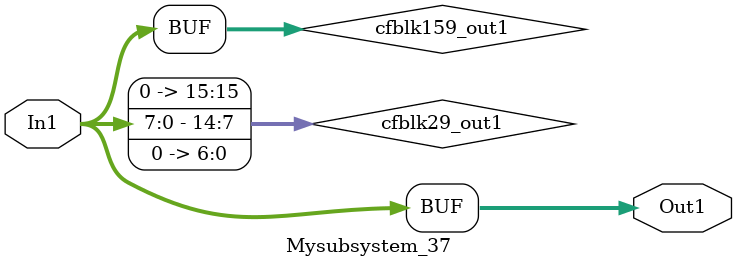
<source format=v>



`timescale 1 ns / 1 ns

module Mysubsystem_37
          (In1,
           Out1);


  input   [7:0] In1;  // uint8
  output  [7:0] Out1;  // uint8


  wire [15:0] cfblk29_out1;  // ufix16_En7
  wire [7:0] cfblk159_out1;  // uint8


  assign cfblk29_out1 = {1'b0, {In1, 7'b0000000}};



  assign cfblk159_out1 = cfblk29_out1[14:7];



  assign Out1 = cfblk159_out1;

endmodule  // Mysubsystem_37


</source>
